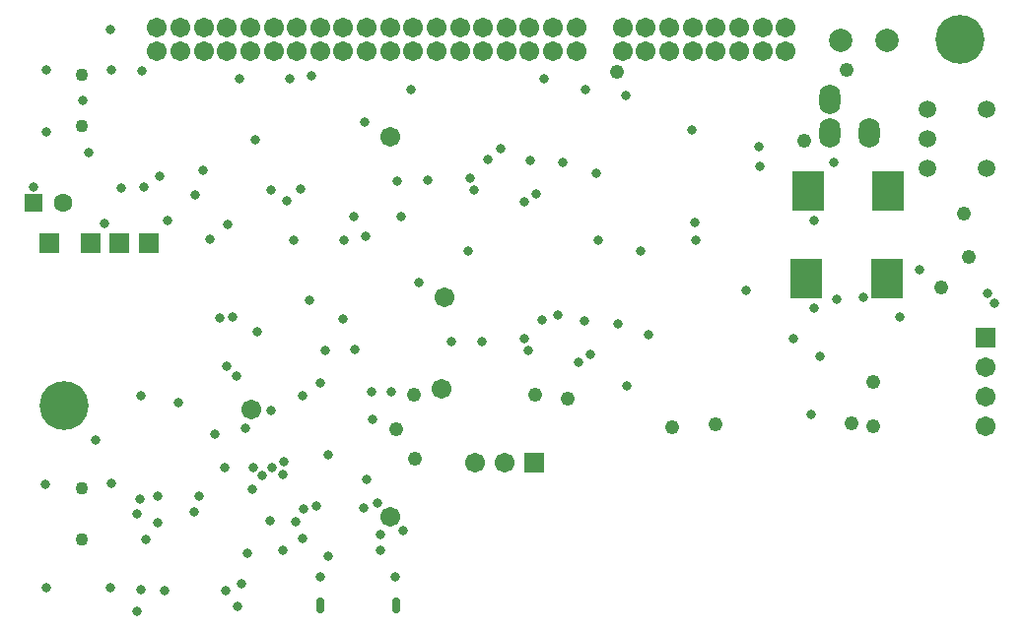
<source format=gbs>
G04 Layer_Color=16711935*
%FSLAX43Y43*%
%MOMM*%
G71*
G01*
G75*
%ADD79R,1.703X1.703*%
%ADD105C,1.103*%
%ADD106C,1.703*%
%ADD107O,0.703X1.403*%
%ADD108C,1.600*%
%ADD109R,1.600X1.600*%
%ADD110C,1.503*%
%ADD111C,4.203*%
%ADD112O,1.803X2.603*%
%ADD113C,2.003*%
%ADD114R,1.703X1.703*%
%ADD115C,0.813*%
%ADD116C,1.219*%
%ADD117R,2.703X3.503*%
D79*
X2763Y32490D02*
D03*
X11263D02*
D03*
X8763D02*
D03*
X6263D02*
D03*
X44399Y13589D02*
D03*
D105*
X5500Y7050D02*
D03*
Y11450D02*
D03*
Y46950D02*
D03*
Y42550D02*
D03*
D106*
X41859Y13589D02*
D03*
X39319D02*
D03*
X66000Y51000D02*
D03*
Y49000D02*
D03*
X64000Y51000D02*
D03*
Y49000D02*
D03*
X62000Y51000D02*
D03*
Y49000D02*
D03*
X60000Y51000D02*
D03*
Y49000D02*
D03*
X58000Y51000D02*
D03*
Y49000D02*
D03*
X56000Y51000D02*
D03*
Y49000D02*
D03*
X54000Y51000D02*
D03*
Y49000D02*
D03*
X52000Y51000D02*
D03*
Y49000D02*
D03*
X48000Y51000D02*
D03*
Y49000D02*
D03*
X46000Y51000D02*
D03*
Y49000D02*
D03*
X44000Y51000D02*
D03*
Y49000D02*
D03*
X42000Y51000D02*
D03*
Y49000D02*
D03*
X40000Y51000D02*
D03*
Y49000D02*
D03*
X38000Y51000D02*
D03*
Y49000D02*
D03*
X36000Y51000D02*
D03*
Y49000D02*
D03*
X34000Y51000D02*
D03*
Y49000D02*
D03*
X32000Y51000D02*
D03*
Y49000D02*
D03*
X30000Y51000D02*
D03*
Y49000D02*
D03*
X28000Y51000D02*
D03*
Y49000D02*
D03*
X26000Y51000D02*
D03*
Y49000D02*
D03*
X24000Y51000D02*
D03*
Y49000D02*
D03*
X22000Y51000D02*
D03*
Y49000D02*
D03*
X20000Y51000D02*
D03*
Y49000D02*
D03*
X18000Y51000D02*
D03*
Y49000D02*
D03*
X16000Y51000D02*
D03*
Y49000D02*
D03*
X14000Y51000D02*
D03*
Y49000D02*
D03*
X12000Y51000D02*
D03*
Y49000D02*
D03*
X32000Y9000D02*
D03*
X20066Y18161D02*
D03*
X36676Y27813D02*
D03*
X32004Y41656D02*
D03*
X36449Y19939D02*
D03*
X83200Y16760D02*
D03*
Y19300D02*
D03*
Y21840D02*
D03*
D107*
X25984Y1346D02*
D03*
X32563D02*
D03*
D108*
X3937Y35941D02*
D03*
D109*
X1397D02*
D03*
D110*
X78200Y41500D02*
D03*
Y44040D02*
D03*
Y38960D02*
D03*
X83280D02*
D03*
Y44040D02*
D03*
D111*
X81000Y50000D02*
D03*
X4000Y18500D02*
D03*
D112*
X69800Y42000D02*
D03*
Y44900D02*
D03*
X73200Y42000D02*
D03*
D113*
X74700Y49900D02*
D03*
X70700D02*
D03*
D114*
X83200Y24380D02*
D03*
D115*
X70383Y27635D02*
D03*
X68148Y17755D02*
D03*
X72644Y27864D02*
D03*
X75794Y26111D02*
D03*
X68448Y26948D02*
D03*
X5639Y44755D02*
D03*
X11049Y7010D02*
D03*
X10500Y10500D02*
D03*
X10312Y9246D02*
D03*
X12040Y8458D02*
D03*
X6680Y15545D02*
D03*
X2438Y11786D02*
D03*
X2489Y2870D02*
D03*
X8001D02*
D03*
Y50902D02*
D03*
X2489Y47422D02*
D03*
X2515Y42088D02*
D03*
X6121Y40310D02*
D03*
X8103Y47396D02*
D03*
X8100Y11800D02*
D03*
X63779Y39125D02*
D03*
X63667Y40779D02*
D03*
X68936Y22758D02*
D03*
X52324Y20193D02*
D03*
X26060Y20472D02*
D03*
X10262Y838D02*
D03*
X22835Y6071D02*
D03*
X31203Y6121D02*
D03*
X10871Y37313D02*
D03*
X12090Y10770D02*
D03*
X20218Y11328D02*
D03*
X17780Y13233D02*
D03*
X19583Y16586D02*
D03*
X15570Y10744D02*
D03*
X15189Y9373D02*
D03*
X16967Y16078D02*
D03*
X21000Y12500D02*
D03*
X21895Y13157D02*
D03*
X45034Y25883D02*
D03*
X10719Y47295D02*
D03*
X40437Y39675D02*
D03*
X38862Y38100D02*
D03*
X39243Y37084D02*
D03*
X44577Y36728D02*
D03*
X49200Y22936D02*
D03*
X45212Y46609D02*
D03*
X23100Y36125D02*
D03*
X18000Y21925D02*
D03*
X17375Y26025D02*
D03*
X19750Y5850D02*
D03*
X18525Y26150D02*
D03*
X18825Y21075D02*
D03*
X54250Y24600D02*
D03*
X51550Y25575D02*
D03*
X49725Y38550D02*
D03*
X46875Y39425D02*
D03*
X12250Y38250D02*
D03*
X15225Y36625D02*
D03*
X18085Y34138D02*
D03*
X12903Y34442D02*
D03*
X16561Y32817D02*
D03*
X8915Y37236D02*
D03*
X1397Y37287D02*
D03*
X58242Y32715D02*
D03*
X30455Y19736D02*
D03*
X31217Y7468D02*
D03*
X10592Y19380D02*
D03*
X29997Y12217D02*
D03*
X26670Y14326D02*
D03*
X23927Y8509D02*
D03*
X22885Y13665D02*
D03*
X22809Y12573D02*
D03*
X18872Y1219D02*
D03*
X10592Y2692D02*
D03*
X21768Y18136D02*
D03*
X24562Y9652D02*
D03*
X25654Y9931D02*
D03*
X30937Y10109D02*
D03*
X29718Y9728D02*
D03*
X32461Y3796D02*
D03*
X26061D02*
D03*
X24486Y7112D02*
D03*
X26695Y5613D02*
D03*
X33147Y7772D02*
D03*
X19228Y3200D02*
D03*
X12675Y2642D02*
D03*
X17882Y2591D02*
D03*
X83947Y27305D02*
D03*
X83312Y28194D02*
D03*
X21742Y8661D02*
D03*
X15963Y38735D02*
D03*
X20408Y41402D02*
D03*
X21805Y37084D02*
D03*
X48824Y45688D02*
D03*
X29845Y42926D02*
D03*
X19050Y46609D02*
D03*
X23368D02*
D03*
X57927Y42260D02*
D03*
X44069Y39624D02*
D03*
X35267Y37885D02*
D03*
X32639Y37846D02*
D03*
X25251Y46924D02*
D03*
X48741Y25781D02*
D03*
X43534Y24257D02*
D03*
X26477Y23241D02*
D03*
X25080Y27559D02*
D03*
X62599Y28417D02*
D03*
X37311Y24003D02*
D03*
X49884Y32766D02*
D03*
X53496Y31845D02*
D03*
X34517Y29083D02*
D03*
X28040Y32766D02*
D03*
X23722D02*
D03*
X39939Y24042D02*
D03*
X29923Y33081D02*
D03*
X20635Y24892D02*
D03*
X43915Y23241D02*
D03*
X43561Y36068D02*
D03*
X13818Y18745D02*
D03*
X24460Y19406D02*
D03*
X30480Y17323D02*
D03*
X32155Y19712D02*
D03*
X70100Y39400D02*
D03*
X33800Y45700D02*
D03*
X38700Y31800D02*
D03*
X48233Y22225D02*
D03*
X58200Y34300D02*
D03*
X28004Y25996D02*
D03*
X24345Y37145D02*
D03*
X52300Y45200D02*
D03*
X7500Y34200D02*
D03*
X66700Y24300D02*
D03*
X28900Y34800D02*
D03*
X33000D02*
D03*
X20300Y13200D02*
D03*
X29017Y23317D02*
D03*
X77470Y30226D02*
D03*
X41478Y40665D02*
D03*
X46457Y26340D02*
D03*
X68466Y34404D02*
D03*
D116*
X71679Y16967D02*
D03*
X73533Y16764D02*
D03*
X51537Y47193D02*
D03*
X47269Y19101D02*
D03*
X34163Y13970D02*
D03*
X44475Y19456D02*
D03*
X67564Y41275D02*
D03*
X71247Y47371D02*
D03*
X81700Y31300D02*
D03*
X79375Y28702D02*
D03*
X59944Y16891D02*
D03*
X56261Y16637D02*
D03*
X81280Y35052D02*
D03*
X32512Y16510D02*
D03*
X34036Y19431D02*
D03*
X73533Y20574D02*
D03*
D117*
X74824Y36957D02*
D03*
X67924D02*
D03*
X67797Y29439D02*
D03*
X74697D02*
D03*
M02*

</source>
